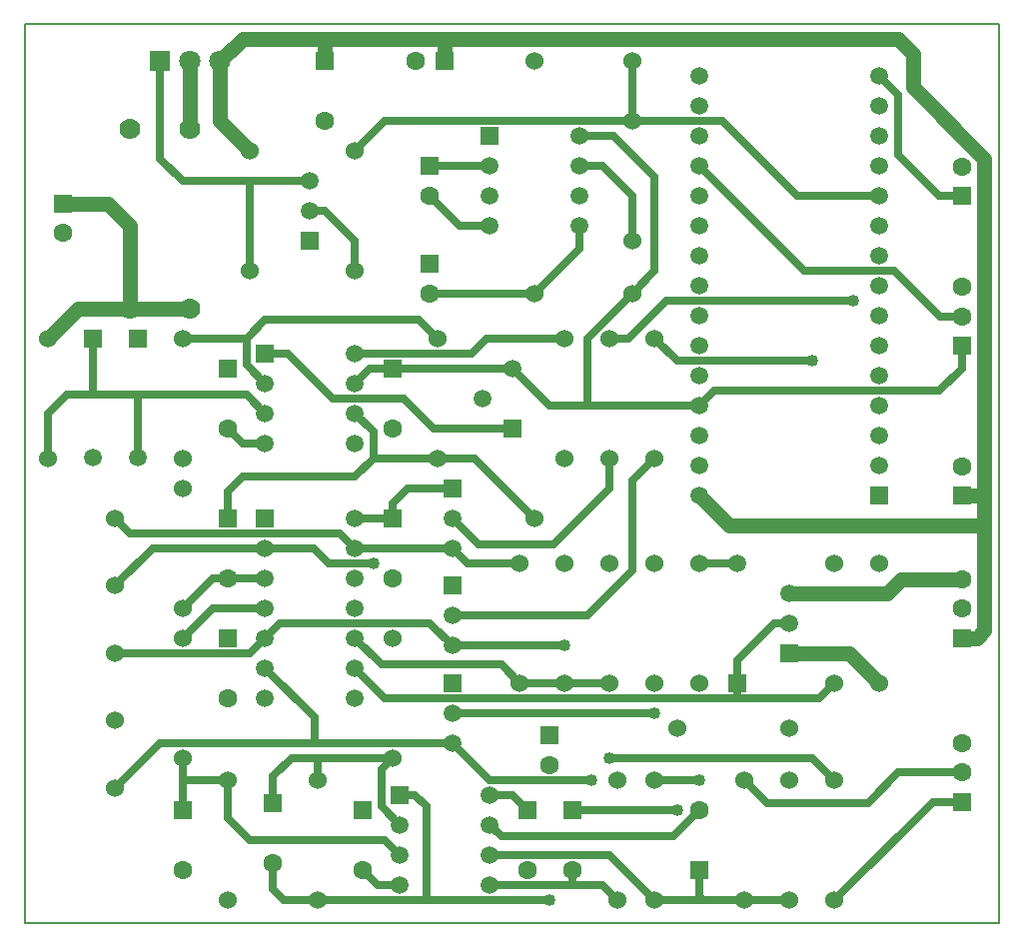
<source format=gbr>
G04 DipTrace 3.3.1.3*
G04 Top.gbr*
%MOIN*%
G04 #@! TF.FileFunction,Copper,L1,Top*
G04 #@! TF.Part,Single*
%ADD11C,0.005512*%
G04 #@! TA.AperFunction,Conductor*
%ADD13C,0.05*%
%ADD14C,0.025*%
G04 #@! TA.AperFunction,ComponentPad*
%ADD16C,0.062992*%
%ADD17R,0.062992X0.062992*%
%ADD18R,0.059055X0.059055*%
%ADD19C,0.059055*%
%ADD20C,0.062992*%
%ADD21R,0.070866X0.070866*%
%ADD22C,0.070866*%
%ADD23C,0.06*%
%ADD24C,0.06*%
%ADD25C,0.07*%
%ADD26C,0.07*%
G04 #@! TA.AperFunction,ViaPad*
%ADD27C,0.04*%
%FSLAX26Y26*%
G04*
G70*
G90*
G75*
G01*
G04 Top*
%LPD*%
X1043700Y3268700D2*
D13*
X1118700Y3343700D1*
X1404444D1*
X1793700D1*
X3306200D1*
X3356200Y3293700D1*
Y3181200D1*
X3593700Y2943700D1*
Y1818700D1*
Y1704176D1*
Y1368700D1*
X3568700Y1343700D1*
X3518700D1*
Y1818700D2*
X3593700D1*
X1793700Y3268700D2*
Y3343700D1*
X1393700Y3268700D2*
Y3332956D1*
X1404444Y3343700D1*
X1043700Y3268700D2*
Y3068700D1*
X1143700Y2968700D1*
X2643700Y1818700D2*
X2743700Y1718700D1*
X3579176D1*
X3593700Y1704176D1*
X1818700Y993700D2*
D14*
X1943700Y868700D1*
X2281200D1*
X1818700Y993700D2*
X1359640D1*
X843700D1*
X693700Y843700D1*
X1193700Y1243700D2*
X1359640Y1077760D1*
Y993700D1*
X3243700Y3218700D2*
X3306200Y3156200D1*
Y2956200D1*
X3443700Y2818700D1*
X3518700D1*
X918700Y1343700D2*
X1018700Y1443700D1*
X1193700D1*
X1818700Y1318700D2*
X2193700D1*
X1818700D2*
X1743700Y1393700D1*
X1243700D1*
X1193700Y1343700D1*
X1143700Y1293700D1*
X693700D1*
Y1518700D2*
X818700Y1643700D1*
X1193700D1*
X1556200Y1593700D2*
X1406200D1*
X1356200Y1643700D1*
X1193700D1*
X1493700D2*
X1818700D1*
X1868700Y1593700D1*
X2043700D1*
X1493700Y1643700D2*
X1443700Y1693700D1*
X743700D1*
X693700Y1743700D1*
X943700Y3268700D2*
D13*
Y3043700D1*
X1493700Y2293700D2*
D14*
X1881200D1*
X1931200Y2343700D1*
X2193700D1*
X1343700Y2868700D2*
X1143700D1*
X918700D1*
X843700Y2943700D1*
Y3268700D1*
X1143700Y2568700D2*
Y2868700D1*
X1343700Y2768700D2*
X1393700D1*
X1493700Y2668700D1*
Y2568700D1*
X1193700Y2093700D2*
X1131200Y2156200D1*
X779491D1*
X618700D1*
X531200D1*
X468700Y2093700D1*
Y1943700D1*
X768700Y1946062D2*
Y2145409D1*
X779491Y2156200D1*
X618700Y2343700D2*
Y2156200D1*
X918700Y2343700D2*
X1131200D1*
X1193700Y2406200D1*
X1706200D1*
X1768700Y2343700D1*
X1193700Y2193700D2*
X1131200Y2256200D1*
Y2343700D1*
X2018700Y2043700D2*
X1756200D1*
X1656200Y2143700D1*
X1418700D1*
X1268700Y2293700D1*
X1193700D1*
X1068700Y1543700D2*
X1193700D1*
X918700Y1443700D2*
X1018700Y1543700D1*
X1068700D1*
X1943700Y2918700D2*
X1743700D1*
X1818700Y1743700D2*
X1906200Y1656200D1*
X2156200D1*
X2343700Y1843700D1*
Y1943700D1*
X1743700Y2818700D2*
X1843700Y2718700D1*
X1943700D1*
X2243700Y2918700D2*
X2318700D1*
X2418700Y2818700D1*
Y2668700D1*
X1218700Y793700D2*
Y881200D1*
X1281200Y943700D1*
X1368700D1*
X1618700D1*
X1368700Y868700D2*
Y943700D1*
X1618700D2*
X1581200Y906200D1*
Y781200D1*
X1643700Y718700D1*
X918700Y943700D2*
Y868700D1*
Y768700D1*
X1068700Y868700D2*
X918700D1*
X1643700Y618700D2*
X1593700Y668700D1*
X1143700D1*
X1068700Y743700D1*
Y868700D1*
X1218700Y593700D2*
Y506200D1*
X1256200Y468700D1*
X1368700D1*
X1731200D1*
X2143700D1*
X1643700Y818700D2*
X1693700D1*
X1731200Y781200D1*
Y468700D1*
X2568700Y768700D2*
X2218700D1*
X1943700Y518700D2*
X2218700D1*
X2318700D1*
X2368700Y468700D1*
X2218700Y568700D2*
Y518700D1*
X3093700Y468700D2*
X3421850Y796850D1*
X3518700D1*
X2793700Y468700D2*
X2943700D1*
X2493700D2*
X2654772D1*
X2793700D1*
X2643700Y568700D2*
Y479772D1*
X2654772Y468700D1*
X1943700Y618700D2*
X2343700D1*
X2493700Y468700D1*
X1943700Y718700D2*
X1981200Y681200D1*
X2556200D1*
X2643700Y768700D1*
X2493700Y868700D2*
X2643700D1*
Y1593700D2*
X2766338D1*
X2768700Y1591338D1*
X1818700Y1093700D2*
X2493700D1*
X3156200Y2468700D2*
X2531200D1*
X2406200Y2343700D1*
X2343700D1*
X1818700Y1418700D2*
X2268700D1*
X2418700Y1568700D1*
Y1868700D1*
X2493700Y1943700D1*
X3018700Y2268700D2*
X2568700D1*
X2493700Y2343700D1*
X1493700Y1243700D2*
X1593700Y1143700D1*
X2768700D1*
X3043700D1*
X3093700Y1193700D1*
X2768700D2*
Y1143700D1*
X2943700Y1393700D2*
X2893700D1*
X2768700Y1268700D1*
Y1193700D1*
X2943700Y1293700D2*
D13*
X3143700D1*
X3243700Y1193700D1*
X1068700Y1743700D2*
D14*
Y1831200D1*
X1118700Y1881200D1*
X1493700D1*
X1556200Y1943700D1*
X1768700D1*
X1893700D1*
X2093700Y1743700D1*
X1493700Y2093700D2*
X1556200Y2031200D1*
Y1943700D1*
X3518700Y2417125D2*
X3445275D1*
X3293700Y2568700D1*
X2993700D1*
X2643700Y2918700D1*
X2793700Y868700D2*
X2868700Y793700D1*
X3206200D1*
X3307775Y895275D1*
X3518700D1*
X943700Y2443700D2*
D13*
X743700D1*
X568700D1*
X468700Y2343700D1*
X518700Y2793700D2*
X668700D1*
X743700Y2718700D1*
Y2443700D1*
X2418700Y3068700D2*
D14*
X2718700D1*
X2968700Y2818700D1*
X3243700D1*
X2418700Y3268700D2*
Y3068700D1*
X1593700D1*
X1493700Y2968700D1*
X2643700Y2118700D2*
X2693700Y2168700D1*
X3443700D1*
X3518700Y2243700D1*
Y2318700D1*
X2643700Y2118700D2*
X2268700D1*
X2143700D1*
X2018700Y2243700D1*
X1618700D1*
X1493700Y2193700D2*
X1543700Y2243700D1*
X1618700D1*
X1493700Y1743700D2*
X1618700D1*
Y1793700D1*
X1668700Y1843700D1*
X1818700D1*
X1943700Y818700D2*
X2018700D1*
X2068700Y768700D1*
X2418700Y2493700D2*
X2493700Y2568700D1*
Y2881200D1*
X2356200Y3018700D1*
X2243700D1*
X2418700Y2493700D2*
X2268700Y2343700D1*
Y2118700D1*
X2243700Y2718700D2*
Y2643700D1*
X2093700Y2493700D1*
X1743700D1*
X1643700Y518700D2*
X1568700D1*
X1518700Y568700D1*
X1068700Y2043700D2*
X1118700Y1993700D1*
X1193700D1*
X2043700Y1193700D2*
X2193700D1*
X2343700D1*
X1493700Y1343700D2*
X1581200Y1256200D1*
X1981200D1*
X2043700Y1193700D1*
X2343700Y943700D2*
X3018700D1*
X3093700Y868700D1*
X3518700Y1540550D2*
D13*
X3315550D1*
X3268700Y1493700D1*
X2943700D1*
D27*
X2281200Y868700D3*
X2193700Y1318700D3*
X1556200Y1593700D3*
X2143700Y468700D3*
X2568700Y768700D3*
X2643700Y868700D3*
X2493700Y1093700D3*
X3156200Y2468700D3*
X3018700Y2268700D3*
X2343700Y943700D3*
D16*
X1393700Y3068700D3*
D17*
Y3268700D3*
X1743700Y2918700D3*
D16*
Y2818700D3*
D17*
Y2593700D3*
D16*
Y2493700D3*
X1068700Y2043700D3*
D17*
Y2243700D3*
D16*
X1618700Y2043700D3*
D17*
Y2243700D3*
D16*
X1068700Y1543700D3*
D17*
Y1743700D3*
D16*
X1618700Y1543700D3*
D17*
Y1743700D3*
D16*
X1068700Y1143700D3*
D17*
Y1343700D3*
X2143700Y1018700D3*
D16*
Y918700D3*
X1218700Y593700D3*
D17*
Y793700D3*
D16*
X918700Y568700D3*
D17*
Y768700D3*
D16*
X1518700Y568700D3*
D17*
Y768700D3*
D16*
X2068700Y568700D3*
D17*
Y768700D3*
D16*
X2218700Y568700D3*
D17*
Y768700D3*
D16*
X2643700D3*
D17*
Y568700D3*
D18*
X618700Y2343700D3*
D19*
Y1946062D3*
D18*
X768700Y2343700D3*
D19*
Y1946062D3*
D18*
X2768700Y1193700D3*
D19*
Y1591338D3*
D17*
X1793700Y3268700D3*
D20*
X1695275D3*
D17*
X3518700Y2818700D3*
D20*
Y2917125D3*
D17*
X518700Y2793700D3*
D20*
Y2695275D3*
D17*
X3518700Y2318700D3*
D20*
Y2417125D3*
Y2515550D3*
D17*
Y1818700D3*
D20*
Y1917125D3*
D17*
Y1343700D3*
D20*
Y1442125D3*
Y1540550D3*
D17*
Y796850D3*
D20*
Y895275D3*
Y993700D3*
D21*
X843700Y3268700D3*
D22*
X1043700D3*
X943700D3*
D18*
X1343700Y2668700D3*
D19*
Y2768700D3*
Y2868700D3*
D18*
X1818700Y1843700D3*
D19*
Y1743700D3*
Y1643700D3*
D18*
Y1518700D3*
D19*
Y1418700D3*
Y1318700D3*
D18*
X2943700Y1293700D3*
D19*
Y1393700D3*
Y1493700D3*
D18*
X1818700Y1193700D3*
D19*
Y1093700D3*
Y993700D3*
D23*
X2418700Y2668700D3*
D24*
Y3068700D3*
D25*
X743700Y2443700D3*
D26*
Y3043700D3*
D25*
X943700D3*
D26*
Y2443700D3*
D23*
X1143700Y2968700D3*
D24*
Y2568700D3*
D23*
X1493700D3*
D24*
Y2968700D3*
D23*
X468700Y1943700D3*
D24*
Y2343700D3*
D23*
X918700D3*
D24*
Y1943700D3*
D23*
X1768700D3*
D24*
Y2343700D3*
D23*
X2193700D3*
D24*
Y1943700D3*
D23*
X2343700Y2343700D3*
D24*
Y1943700D3*
D23*
X2493700Y2343700D3*
D24*
Y1943700D3*
D18*
X2018700Y2043700D3*
D19*
X1918700Y2143700D3*
X2018700Y2243700D3*
D23*
X918700Y1443700D3*
D24*
Y1843700D3*
D23*
X2043700Y1593700D3*
D24*
Y1193700D3*
D23*
X2193700Y1593700D3*
D24*
Y1193700D3*
D23*
X2343700Y1593700D3*
D24*
Y1193700D3*
D23*
X2493700Y1593700D3*
D24*
Y1193700D3*
D23*
X2643700Y1593700D3*
D24*
Y1193700D3*
D23*
X3093700D3*
D24*
Y1593700D3*
D23*
X3243700Y1193700D3*
D24*
Y1593700D3*
D23*
X918700Y1343700D3*
D24*
Y943700D3*
D23*
X1618700Y1343700D3*
D24*
Y943700D3*
D23*
X1068700Y468700D3*
D24*
Y868700D3*
D23*
X1368700D3*
D24*
Y468700D3*
D23*
X2368700Y868700D3*
D24*
Y468700D3*
D23*
X2493700Y868700D3*
D24*
Y468700D3*
D23*
X2793700D3*
D24*
Y868700D3*
D23*
X2943700D3*
D24*
Y468700D3*
D23*
X3093700D3*
D24*
Y868700D3*
D23*
X2093700Y3268700D3*
X2418700D3*
X2093700Y2493700D3*
X2418700D3*
X693700Y1743700D3*
X2093700D3*
X693700Y1518700D3*
Y1293700D3*
Y1068700D3*
X2568700Y1043700D3*
X2943700D3*
X693700Y843700D3*
D18*
X3243700Y1818700D3*
D19*
Y1918700D3*
Y2018700D3*
Y2118700D3*
Y2218700D3*
Y2318700D3*
Y2418700D3*
Y2518700D3*
Y2618700D3*
Y2718700D3*
Y2818700D3*
Y2918700D3*
Y3018700D3*
Y3118700D3*
Y3218700D3*
X2643700D3*
Y3118700D3*
Y3018700D3*
Y2918700D3*
Y2818700D3*
Y2718700D3*
Y2618700D3*
Y2518700D3*
Y2418700D3*
Y2318700D3*
Y2218700D3*
Y2118700D3*
Y2018700D3*
Y1918700D3*
Y1818700D3*
D18*
X1943700Y3018700D3*
D19*
Y2918700D3*
Y2818700D3*
Y2718700D3*
X2243700D3*
Y2818700D3*
Y2918700D3*
Y3018700D3*
D18*
X1193700Y2293700D3*
D19*
Y2193700D3*
Y2093700D3*
Y1993700D3*
X1493700D3*
Y2093700D3*
Y2193700D3*
Y2293700D3*
D18*
X1193700Y1743700D3*
D19*
Y1643700D3*
Y1543700D3*
Y1443700D3*
Y1343700D3*
Y1243700D3*
Y1143700D3*
X1493700D3*
Y1243700D3*
Y1343700D3*
Y1443700D3*
Y1543700D3*
Y1643700D3*
Y1743700D3*
D18*
X1643700Y818700D3*
D19*
Y718700D3*
Y618700D3*
Y518700D3*
X1943700D3*
Y618700D3*
Y718700D3*
Y818700D3*
G04 BoardOutline*
X393700Y393700D2*
D11*
X3643700D1*
Y3393700D1*
X393700D1*
Y393700D1*
M02*

</source>
